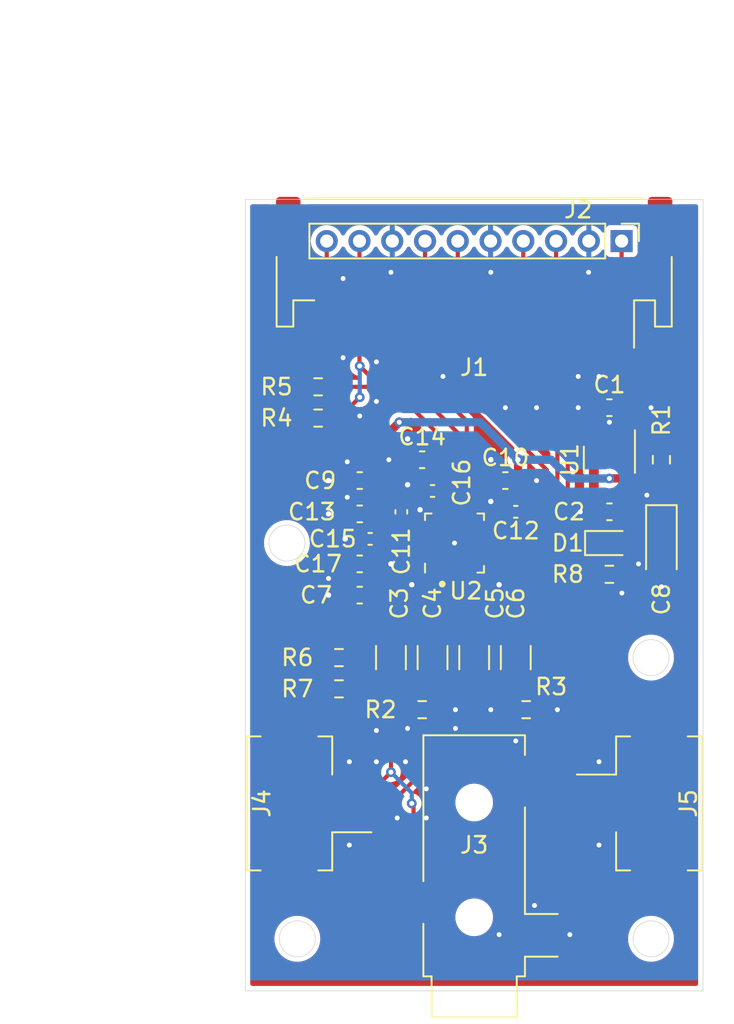
<source format=kicad_pcb>
(kicad_pcb (version 20211014) (generator pcbnew)
  (layers (0 "F.Cu" signal "Front") (31 "B.Cu" signal "Back") (34 "B.Paste" user) (35 "F.Paste" user) (36 "B.SilkS" user "B.Silkscreen") (37 "F.SilkS" user "F.Silkscreen") (38 "B.Mask" user) (39 "F.Mask" user) (44 "Edge.Cuts" user))
  (net 0 "")
  (net 1 "/IN1_P")
  (net 2 "/IN1_M")
  (net 3 "/IN2_P")
  (net 4 "/IN2_M")
  (net 5 "GND")
  (net 6 "+5V")
  (net 7 "+3.3VA")
  (net 8 "/AREG")
  (net 9 "/DREG")
  (net 10 "/AVREF")
  (net 11 "Net-(R1-Pad2)")
  (net 12 "SDOUT")
  (net 13 "BCLK")
  (net 14 "FSYNC")
  (net 15 "GPIO1")
  (net 16 "SDA")
  (net 17 "SCL")
  (net 19 "IN1P")
  (net 20 "IN1M")
  (net 21 "IN2P")
  (net 22 "IN2M")
  (net 23 "MICBIAS")
  (net 24 "Net-(D1-Pad1)")
  (footprint "Capacitor_SMD:C_0603_1608Metric" (layer "F.Cu") (at 135.255 82.042 180)
    (fp_text reference "C13" (at 2.921 0.127) (layer "F.SilkS"))
    (fp_text value "10uF")
    (pad "1" smd roundrect (at -0.775 0 180) (size 0.9 0.95) (layers "F.Cu" "F.Paste" "F.Mask") (net 8 "/AREG"))
    (pad "2" smd roundrect (at 0.775 0 180) (size 0.9 0.95) (layers "F.Cu" "F.Paste" "F.Mask") (net 5 "GND"))
  )
  (footprint "Connector_PinHeader_2.00mm:PinHeader_1x10_P2.00mm_Vertical" (layer "F.Cu") (at 151.24 65.405 -90)
    (fp_text reference "J2" (at -1.905 2.65 180) (layer "F.SilkS"))
    (fp_text value "Conn_01x10")
    (pad "1" thru_hole rect (at 0 0 270) (size 1.35 1.35) (drill 0.8) (layers *.Cu *.Mask) (net 6 "+5V"))
    (pad "2" thru_hole oval (at 0 2 270) (size 1.35 1.35) (drill 0.8) (layers *.Cu *.Mask) (net 5 "GND"))
    (pad "3" thru_hole oval (at 0 4 270) (size 1.35 1.35) (drill 0.8) (layers *.Cu *.Mask) (net 12 "SDOUT"))
    (pad "4" thru_hole oval (at 0 6 270) (size 1.35 1.35) (drill 0.8) (layers *.Cu *.Mask) (net 13 "BCLK"))
    (pad "5" thru_hole oval (at 0 8 270) (size 1.35 1.35) (drill 0.8) (layers *.Cu *.Mask) (net 5 "GND"))
    (pad "6" thru_hole oval (at 0 10 270) (size 1.35 1.35) (drill 0.8) (layers *.Cu *.Mask) (net 14 "FSYNC"))
    (pad "7" thru_hole oval (at 0 12 270) (size 1.35 1.35) (drill 0.8) (layers *.Cu *.Mask) (net 15 "GPIO1"))
    (pad "8" thru_hole oval (at 0 14 270) (size 1.35 1.35) (drill 0.8) (layers *.Cu *.Mask) (net 5 "GND"))
    (pad "9" thru_hole oval (at 0 16 270) (size 1.35 1.35) (drill 0.8) (layers *.Cu *.Mask) (net 16 "SDA"))
    (pad "10" thru_hole oval (at 0 18 270) (size 1.35 1.35) (drill 0.8) (layers *.Cu *.Mask) (net 17 "SCL"))
  )
  (footprint "Capacitor_SMD:C_0402_1005Metric" (layer "F.Cu") (at 137.795 81.915 90)
    (fp_text reference "C11" (at -2.413 0 90) (layer "F.SilkS"))
    (fp_text value "100nF")
    (pad "1" smd roundrect (at -0.48 0 90) (size 0.56 0.62) (layers "F.Cu" "F.Paste" "F.Mask") (net 7 "+3.3VA"))
    (pad "2" smd roundrect (at 0.48 0 90) (size 0.56 0.62) (layers "F.Cu" "F.Paste" "F.Mask") (net 5 "GND"))
  )
  (footprint "Resistor_SMD:R_0603_1608Metric" (layer "F.Cu") (at 132.715 76.2)
    (fp_text reference "R4" (at -2.54 0) (layer "F.SilkS"))
    (fp_text value "DNF")
    (pad "1" smd roundrect (at -0.825 0) (size 0.8 0.95) (layers "F.Cu" "F.Paste" "F.Mask") (net 7 "+3.3VA"))
    (pad "2" smd roundrect (at 0.825 0) (size 0.8 0.95) (layers "F.Cu" "F.Paste" "F.Mask") (net 16 "SDA"))
  )
  (footprint "Capacitor_SMD:C_0603_1608Metric" (layer "F.Cu") (at 139.065 78.74 180)
    (fp_text reference "C14" (at 0 1.397) (layer "F.SilkS"))
    (fp_text value "10uF")
    (pad "1" smd roundrect (at -0.775 0 180) (size 0.9 0.95) (layers "F.Cu" "F.Paste" "F.Mask") (net 9 "/DREG"))
    (pad "2" smd roundrect (at 0.775 0 180) (size 0.9 0.95) (layers "F.Cu" "F.Paste" "F.Mask") (net 5 "GND"))
  )
  (footprint "Capacitor_SMD:C_0603_1608Metric" (layer "F.Cu") (at 135.255 80.01 180)
    (fp_text reference "C9" (at 2.413 0) (layer "F.SilkS"))
    (fp_text value "1uF")
    (pad "1" smd roundrect (at -0.775 0 180) (size 0.9 0.95) (layers "F.Cu" "F.Paste" "F.Mask") (net 7 "+3.3VA"))
    (pad "2" smd roundrect (at 0.775 0 180) (size 0.9 0.95) (layers "F.Cu" "F.Paste" "F.Mask") (net 5 "GND"))
  )
  (footprint "Package_TO_SOT_SMD:SOT-23-5" (layer "F.Cu") (at 150.495 78.74 -90)
    (fp_text reference "U1" (at 0 2.413 90) (layer "F.SilkS"))
    (fp_text value "TPS7A2031PDBVR")
    (pad "1" smd roundrect (at -1.1375 -0.95 270) (size 1.325 0.6) (layers "F.Cu" "F.Paste" "F.Mask") (net 6 "+5V"))
    (pad "2" smd roundrect (at -1.1375 0 270) (size 1.325 0.6) (layers "F.Cu" "F.Paste" "F.Mask") (net 5 "GND"))
    (pad "3" smd roundrect (at -1.1375 0.95 270) (size 1.325 0.6) (layers "F.Cu" "F.Paste" "F.Mask") (net 11 "Net-(R1-Pad2)"))
    (pad "4" smd roundrect (at 1.1375 0.95 270) (size 1.325 0.6) (layers "F.Cu" "F.Paste" "F.Mask"))
    (pad "5" smd roundrect (at 1.1375 -0.95 270) (size 1.325 0.6) (layers "F.Cu" "F.Paste" "F.Mask") (net 7 "+3.3VA"))
  )
  (footprint "Capacitor_SMD:C_0603_1608Metric" (layer "F.Cu") (at 150.495 81.915 180)
    (fp_text reference "C2" (at 2.47 0) (layer "F.SilkS"))
    (fp_text value "1uF")
    (pad "1" smd roundrect (at -0.775 0 180) (size 0.9 0.95) (layers "F.Cu" "F.Paste" "F.Mask") (net 7 "+3.3VA"))
    (pad "2" smd roundrect (at 0.775 0 180) (size 0.9 0.95) (layers "F.Cu" "F.Paste" "F.Mask") (net 5 "GND"))
  )
  (footprint "Resistor_SMD:R_0603_1608Metric" (layer "F.Cu") (at 153.67 78.74 -90)
    (fp_text reference "R1" (at -2.413 0 90) (layer "F.SilkS"))
    (fp_text value "10k")
    (pad "1" smd roundrect (at -0.825 0 270) (size 0.8 0.95) (layers "F.Cu" "F.Paste" "F.Mask") (net 6 "+5V"))
    (pad "2" smd roundrect (at 0.825 0 270) (size 0.8 0.95) (layers "F.Cu" "F.Paste" "F.Mask") (net 11 "Net-(R1-Pad2)"))
  )
  (footprint "Capacitor_SMD:C_1206_3216Metric" (layer "F.Cu") (at 139.7 90.805 90)
    (fp_text reference "C4" (at 3.302 0 90) (layer "F.SilkS"))
    (fp_text value "1uF")
    (pad "1" smd roundrect (at -1.475 0 90) (size 1.15 1.8) (layers "F.Cu" "F.Paste" "F.Mask") (roundrect_rratio 0.2173913043) (net 20 "IN1M"))
    (pad "2" smd roundrect (at 1.475 0 90) (size 1.15 1.8) (layers "F.Cu" "F.Paste" "F.Mask") (roundrect_rratio 0.2173913043) (net 2 "/IN1_M"))
  )
  (footprint "Capacitor_SMD:C_1206_3216Metric" (layer "F.Cu") (at 142.24 90.805 90)
    (fp_text reference "C5" (at 3.302 1.27 90) (layer "F.SilkS"))
    (fp_text value "1uF")
    (pad "1" smd roundrect (at -1.475 0 90) (size 1.15 1.8) (layers "F.Cu" "F.Paste" "F.Mask") (roundrect_rratio 0.2173913043) (net 21 "IN2P"))
    (pad "2" smd roundrect (at 1.475 0 90) (size 1.15 1.8) (layers "F.Cu" "F.Paste" "F.Mask") (roundrect_rratio 0.2173913043) (net 3 "/IN2_P"))
  )
  (footprint "Capacitor_SMD:C_0402_1005Metric" (layer "F.Cu") (at 135.89 83.566 180)
    (fp_text reference "C15" (at 2.286 0) (layer "F.SilkS"))
    (fp_text value "100nF")
    (pad "1" smd roundrect (at -0.48 0 180) (size 0.56 0.62) (layers "F.Cu" "F.Paste" "F.Mask") (net 8 "/AREG"))
    (pad "2" smd roundrect (at 0.48 0 180) (size 0.56 0.62) (layers "F.Cu" "F.Paste" "F.Mask") (net 5 "GND"))
  )
  (footprint "Resistor_SMD:R_0603_1608Metric" (layer "F.Cu") (at 133.985 90.805 180)
    (fp_text reference "R6" (at 2.54 0) (layer "F.SilkS"))
    (fp_text value "0R")
    (pad "1" smd roundrect (at -0.825 0 180) (size 0.8 0.95) (layers "F.Cu" "F.Paste" "F.Mask") (net 21 "IN2P"))
    (pad "2" smd roundrect (at 0.825 0 180) (size 0.8 0.95) (layers "F.Cu" "F.Paste" "F.Mask") (net 23 "MICBIAS"))
  )
  (footprint "Resistor_SMD:R_0603_1608Metric" (layer "F.Cu") (at 150.495 85.725)
    (fp_text reference "R8" (at -2.54 0) (layer "F.SilkS"))
    (fp_text value "2k")
    (pad "1" smd roundrect (at -0.825 0) (size 0.8 0.95) (layers "F.Cu" "F.Paste" "F.Mask") (net 24 "Net-(D1-Pad1)"))
    (pad "2" smd roundrect (at 0.825 0) (size 0.8 0.95) (layers "F.Cu" "F.Paste" "F.Mask") (net 5 "GND"))
  )
  (footprint "Resistor_SMD:R_0603_1608Metric" (layer "F.Cu") (at 132.715 74.295)
    (fp_text reference "R5" (at -2.54 0) (layer "F.SilkS"))
    (fp_text value "DNF")
    (pad "1" smd roundrect (at -0.825 0) (size 0.8 0.95) (layers "F.Cu" "F.Paste" "F.Mask") (net 7 "+3.3VA"))
    (pad "2" smd roundrect (at 0.825 0) (size 0.8 0.95) (layers "F.Cu" "F.Paste" "F.Mask") (net 17 "SCL"))
  )
  (footprint "Capacitor_SMD:C_0402_1005Metric" (layer "F.Cu") (at 144.78 81.915 180)
    (fp_text reference "C12" (at 0 -1.16) (layer "F.SilkS"))
    (fp_text value "100nF")
    (pad "1" smd roundrect (at -0.48 0 180) (size 0.56 0.62) (layers "F.Cu" "F.Paste" "F.Mask") (net 7 "+3.3VA"))
    (pad "2" smd roundrect (at 0.48 0 180) (size 0.56 0.62) (layers "F.Cu" "F.Paste" "F.Mask") (net 5 "GND"))
  )
  (footprint "Resistor_SMD:R_0603_1608Metric" (layer "F.Cu") (at 145.415 93.98)
    (fp_text reference "R3" (at 1.524 -1.397) (layer "F.SilkS"))
    (fp_text value "0R")
    (pad "1" smd roundrect (at -0.825 0) (size 0.8 0.95) (layers "F.Cu" "F.Paste" "F.Mask") (net 22 "IN2M"))
    (pad "2" smd roundrect (at 0.825 0) (size 0.8 0.95) (layers "F.Cu" "F.Paste" "F.Mask") (net 5 "GND"))
  )
  (footprint "Capacitor_Tantalum_SMD:CP_EIA-3216-18_Kemet-A" (layer "F.Cu") (at 153.67 83.82 -90)
    (fp_text reference "C8" (at 3.429 0 90) (layer "F.SilkS"))
    (fp_text value "10uF")
    (pad "1" smd roundrect (at -1.35 0 270) (size 1.4 1.35) (layers "F.Cu" "F.Paste" "F.Mask") (roundrect_rratio 0.1851851852) (net 7 "+3.3VA"))
    (pad "2" smd roundrect (at 1.35 0 270) (size 1.4 1.35) (layers "F.Cu" "F.Paste" "F.Mask") (roundrect_rratio 0.1851851852) (net 5 "GND"))
  )
  (footprint "Capacitor_SMD:C_0402_1005Metric" (layer "F.Cu") (at 139.7 80.645 180)
    (fp_text reference "C16" (at -1.778 0.508 90) (layer "F.SilkS"))
    (fp_text value "100nF")
    (pad "1" smd roundrect (at -0.48 0 180) (size 0.56 0.62) (layers "F.Cu" "F.Paste" "F.Mask") (net 9 "/DREG"))
    (pad "2" smd roundrect (at 0.48 0 180) (size 0.56 0.62) (layers "F.Cu" "F.Paste" "F.Mask") (net 5 "GND"))
  )
  (footprint "Capacitor_SMD:C_0603_1608Metric" (layer "F.Cu") (at 144.145 80.01 180)
    (fp_text reference "C10" (at 0 1.397) (layer "F.SilkS"))
    (fp_text value "10uF")
    (pad "1" smd roundrect (at -0.775 0 180) (size 0.9 0.95) (layers "F.Cu" "F.Paste" "F.Mask") (net 7 "+3.3VA"))
    (pad "2" smd roundrect (at 0.775 0 180) (size 0.9 0.95) (layers "F.Cu" "F.Paste" "F.Mask") (net 5 "GND"))
  )
  (footprint "Resistor_SMD:R_0603_1608Metric" (layer "F.Cu") (at 133.985 92.71 180)
    (fp_text reference "R7" (at 2.54 0) (layer "F.SilkS"))
    (fp_text value "0R")
    (pad "1" smd roundrect (at -0.825 0 180) (size 0.8 0.95) (layers "F.Cu" "F.Paste" "F.Mask") (net 19 "IN1P"))
    (pad "2" smd roundrect (at 0.825 0 180) (size 0.8 0.95) (layers "F.Cu" "F.Paste" "F.Mask") (net 23 "MICBIAS"))
  )
  (footprint "Capacitor_SMD:C_1206_3216Metric" (layer "F.Cu") (at 144.78 90.805 90)
    (fp_text reference "C6" (at 3.302 0 90) (layer "F.SilkS"))
    (fp_text value "1uF")
    (pad "1" smd roundrect (at -1.475 0 90) (size 1.15 1.8) (layers "F.Cu" "F.Paste" "F.Mask") (roundrect_rratio 0.2173913043) (net 22 "IN2M"))
    (pad "2" smd roundrect (at 1.475 0 90) (size 1.15 1.8) (layers "F.Cu" "F.Paste" "F.Mask") (roundrect_rratio 0.2173913043) (net 4 "/IN2_M"))
  )
  (footprint "Resistor_SMD:R_0603_1608Metric" (layer "F.Cu") (at 139.065 93.98 180)
    (fp_text reference "R2" (at 2.54 0) (layer "F.SilkS"))
    (fp_text value "0R")
    (pad "1" smd roundrect (at -0.825 0 180) (size 0.8 0.95) (layers "F.Cu" "F.Paste" "F.Mask") (net 20 "IN1M"))
    (pad "2" smd roundrect (at 0.825 0 180) (size 0.8 0.95) (layers "F.Cu" "F.Paste" "F.Mask") (net 5 "GND"))
  )
  (footprint "Connector_JST:JST_PH_B2B-PH-SM4-TB_1x02-1MP_P2.00mm_Vertical" (layer "F.Cu") (at 151.765 99.695 -90)
    (fp_text reference "J5" (at 0 -3.556 90) (layer "F.SilkS"))
    (fp_text value "Conn_01x02")
    (pad "1" smd roundrect (at -1 0.5 270) (size 1 5.5) (layers "F.Cu" "F.Paste" "F.Mask") (net 22 "IN2M"))
    (pad "2" smd roundrect (at 1 0.5 270) (size 1 5.5) (layers "F.Cu" "F.Paste" "F.Mask") (net 21 "IN2P"))
    (pad "MP" smd roundrect (at -3.4 -1.75 270) (size 1.6 3) (layers "F.Cu" "F.Paste" "F.Mask") (roundrect_rratio 0.15625))
    (pad "MP" smd roundrect (at 3.4 -1.75 270) (size 1.6 3) (layers "F.Cu" "F.Paste" "F.Mask") (roundrect_rratio 0.15625))
  )
  (footprint "Capacitor_SMD:C_0603_1608Metric" (layer "F.Cu") (at 150.495 75.565 180)
    (fp_text reference "C1" (at 0 1.397) (layer "F.SilkS"))
    (fp_text value "1uF")
    (pad "1" smd roundrect (at -0.775 0 180) (size 0.9 0.95) (layers "F.Cu" "F.Paste" "F.Mask") (net 6 "+5V"))
    (pad "2" smd roundrect (at 0.775 0 180) (size 0.9 0.95) (layers "F.Cu" "F.Paste" "F.Mask") (net 5 "GND"))
  )
  (footprint "Connector_JST:JST_PH_S10B-PH-SM4-TB_1x10-1MP_P2.00mm_Horizontal" (layer "F.Cu") (at 142.24 67.31 180)
    (fp_text reference "J1" (at 0 -5.8) (layer "F.SilkS"))
    (fp_text value "Conn_01x10")
    (pad "1" smd roundrect (at -9 -2.85 180) (size 1 3.5) (layers "F.Cu" "F.Paste" "F.Mask") (net 6 "+5V"))
    (pad "2" smd roundrect (at -7 -2.85 180) (size 1 3.5) (layers "F.Cu" "F.Paste" "F.Mask") (net 5 "GND"))
    (pad "3" smd roundrect (at -5 -2.85 180) (size 1 3.5) (layers "F.Cu" "F.Paste" "F.Mask") (net 12 "SDOUT"))
    (pad "4" smd roundrect (at -3 -2.85 180) (size 1 3.5) (layers "F.Cu" "F.Paste" "F.Mask") (net 13 "BCLK"))
    (pad "5" smd roundrect (at -1 -2.85 180) (size 1 3.5) (layers "F.Cu" "F.Paste" "F.Mask") (net 5 "GND"))
    (pad "6" smd roundrect (at 1 -2.85 180) (size 1 3.5) (layers "F.Cu" "F.Paste" "F.Mask") (net 14 "FSYNC"))
    (pad "7" smd roundrect (at 3 -2.85 180) (size 1 3.5) (layers "F.Cu" "F.Paste" "F.Mask") (net 15 "GPIO1"))
    (pad "8" smd roundrect (at 5 -2.85 180) (size 1 3.5) (layers "F.Cu" "F.Paste" "F.Mask") (net 5 "GND"))
    (pad "9" smd roundrect (at 7 -2.85 180) (size 1 3.5) (layers "F.Cu" "F.Paste" "F.Mask") (net 16 "SDA"))
    (pad "10" smd roundrect (at 9 -2.85 180) (size 1 3.5) (layers "F.Cu" "F.Paste" "F.Mask") (net 17 "SCL"))
    (pad "MP" smd roundrect (at -11.35 2.9 180) (size 1.5 3.4) (layers "F.Cu" "F.Paste" "F.Mask") (roundrect_rratio 0.1666673333))
    (pad "MP" smd roundrect (at 11.35 2.9 180) (size 1.5 3.4) (layers "F.Cu" "F.Paste" "F.Mask") (roundrect_rratio 0.1666673333))
  )
  (footprint "LED_SMD:LED_0603_1608Metric" (layer "F.Cu") (at 150.495 83.82)
    (fp_text reference "D1" (at -2.54 0) (layer "F.SilkS"))
    (fp_text value "LED")
    (pad "1" smd roundrect (at -0.7875 0) (size 0.875 0.95) (layers "F.Cu" "F.Paste" "F.Mask") (net 24 "Net-(D1-Pad1)"))
    (pad "2" smd roundrect (at 0.7875 0) (size 0.875 0.95) (layers "F.Cu" "F.Paste" "F.Mask") (net 7 "+3.3VA"))
  )
  (footprint "Capacitor_SMD:C_0603_1608Metric" (layer "F.Cu") (at 135.255 85.09)
    (fp_text reference "C17" (at -2.54 0) (layer "F.SilkS"))
    (fp_text value "1uF")
    (pad "1" smd roundrect (at -0.775 0) (size 0.9 0.95) (layers "F.Cu" "F.Paste" "F.Mask") (net 10 "/AVREF"))
    (pad "2" smd roundrect (at 0.775 0) (size 0.9 0.95) (layers "F.Cu" "F.Paste" "F.Mask") (net 5 "GND"))
  )
  (footprint "Capacitor_SMD:C_1206_3216Metric" (layer "F.Cu") (at 137.16 90.805 90)
    (fp_text reference "C3" (at 3.302 0.508 90) (layer "F.SilkS"))
    (fp_text value "1uF")
    (pad "1" smd roundrect (at -1.475 0 90) (size 1.15 1.8) (layers "F.Cu" "F.Paste" "F.Mask") (roundrect_rratio 0.2173913043) (net 19 "IN1P"))
    (pad "2" smd roundrect (at 1.475 0 90) (size 1.15 1.8) (layers "F.Cu" "F.Paste" "F.Mask") (roundrect_rratio 0.2173913043) (net 1 "/IN1_P"))
  )
  (footprint "Capacitor_SMD:C_0603_1608Metric" (layer "F.Cu") (at 135.255 86.995 180)
    (fp_text reference "C7" (at 2.667 0) (layer "F.SilkS"))
    (fp_text value "1uF")
    (pad "1" smd roundrect (at -0.775 0 180) (size 0.9 0.95) (layers "F.Cu" "F.Paste" "F.Mask") (net 23 "MICBIAS"))
    (pad "2" smd roundrect (at 0.775 0 180) (size 0.9 0.95) (layers "F.Cu" "F.Paste" "F.Mask") (net 5 "GND"))
  )
  (footprint "Connector_JST:JST_PH_B2B-PH-SM4-TB_1x02-1MP_P2.00mm_Vertical" (layer "F.Cu") (at 132.715 99.695 90)
    (fp_text reference "J4" (at 0 -3.429 90) (layer "F.SilkS"))
    (fp_text value "Conn_01x02")
    (pad "1" smd roundrect (at -1 0.5 90) (size 1 5.5) (layers "F.Cu" "F.Paste" "F.Mask") (net 20 "IN1M"))
    (pad "2" smd roundrect (at 1 0.5 90) (size 1 5.5) (layers "F.Cu" "F.Paste" "F.Mask") (net 19 "IN1P"))
    (pad "MP" smd roundrect (at 3.4 -1.75 90) (size 1.6 3) (layers "F.Cu" "F.Paste" "F.Mask") (roundrect_rratio 0.15625))
    (pad "MP" smd roundrect (at -3.4 -1.75 90) (size 1.6 3) (layers "F.Cu" "F.Paste" "F.Mask") (roundrect_rratio 0.15625))
  )
  (footprint "Connector_Audio:Jack_3.5mm_CUI_SJ-3523-SMT_Horizontal" (layer "F.Cu") (at 142.24 104.14 180)
    (fp_text reference "J3" (at 0 1.905) (layer "F.SilkS"))
    (fp_text value "AudioJack3")
    (pad "" np_thru_hole circle (at 0 4.5 180) (size 1.7 1.7) (drill 1.7) (layers *.Cu *.Mask))
    (pad "" np_thru_hole circle (at 0 -2.5 180) (size 1.7 1.7) (drill 1.7) (layers *.Cu *.Mask))
    (pad "R" smd rect (at 3.7 -1.6 180) (size 2.8 2.2) (layers "F.Cu" "F.Paste" "F.Mask") (net 19 "IN1P"))
    (pad "S" smd rect (at -3.7 -3.6 180) (size 2.8 2.2) (layers "F.Cu" "F.Paste" "F.Mask") (net 5 "GND"))
    (pad "T" smd rect (at -3.7 5.8 180) (size 2.8 2.8) (layers "F.Cu" "F.Paste" "F.Mask") (net 21 "IN2P"))
  )
  (footprint "Library:QFN-16_EP_3x3_Pitch0.5mm" (layer "F.Cu") (at 141.04 83.82 90)
    (fp_text reference "U2" (at -2.921 0.692 180) (layer "F.SilkS"))
    (fp_text value "TLV320ADC6120")
    (fp_poly (pts (xy -1.1125 1.7) (xy -1.2875 1.7) (xy -1.2875 1.2875) (xy -1.7 1.2875) (xy -1.7 1.1125) (xy -1.1125 1.1125)) (layer "F.Cu") (width 0.01) (fill solid))
    (fp_poly (pts (xy -1.1125 -1.1125) (xy -1.7 -1.1125) (xy -1.7 -1.2875) (xy -1.2875 -1.2875) (xy -1.2875 -1.7) (xy -1.1125 -1.7)) (layer "F.Cu") (width 0.01) (fill solid))
    (fp_poly (pts (xy 1.7 1.2875) (xy 1.2875 1.2875) (xy 1.2875 1.7) (xy 1.1125 1.7) (xy 1.1125 1.1125) (xy 1.7 1.1125)) (layer "F.Cu") (width 0.01) (fill solid))
    (fp_poly (pts (xy 1.2875 -1.2875) (xy 1.7 -1.2875) (xy 1.7 -1.1125) (xy 1.1125 -1.1125) (xy 1.1125 -1.7) (xy 1.2875 -1.7)) (layer "F.Cu") (width 0.01) (fill solid))
    (pad "1" smd rect (at -1.4 -0.75 180) (size 0.25 0.6) (layers "F.Cu" "F.Paste" "F.Mask") (net 1 "/IN1_P"))
    (pad "2" smd rect (at -1.4 -0.25 180) (size 0.25 0.6) (layers "F.Cu" "F.Paste" "F.Mask") (net 2 "/IN1_M"))
    (pad "3" smd rect (at -1.4 0.25 180) (size 0.25 0.6) (layers "F.Cu" "F.Paste" "F.Mask") (net 3 "/IN2_P"))
    (pad "4" smd rect (at -1.4 0.75 180) (size 0.25 0.6) (layers "F.Cu" "F.Paste" "F.Mask") (net 4 "/IN2_M"))
    (pad "5" smd rect (at -1.2 1.2 90) (size 0.175 0.175) (layers "F.Cu" "F.Paste" "F.Mask") (net 5 "GND"))
    (pad "6" smd rect (at -0.75 1.4 90) (size 0.25 0.6) (layers "F.Cu" "F.Paste" "F.Mask") (net 12 "SDOUT"))
    (pad "7" smd rect (at -0.25 1.4 90) (size 0.25 0.6) (layers "F.Cu" "F.Paste" "F.Mask") (net 13 "BCLK"))
    (pad "8" smd rect (at 0.25 1.4 90) (size 0.25 0.6) (layers "F.Cu" "F.Paste" "F.Mask") (net 14 "FSYNC"))
    (pad "9" smd rect (at 0.75 1.4 90) (size 0.25 0.6) (layers "F.Cu" "F.Paste" "F.Mask") (net 7 "+3.3VA"))
    (pad "10" smd rect (at 1.2 1.2 90) (size 0.175 0.175) (layers "F.Cu" "F.Paste" "F.Mask") (net 5 "GND"))
    (pad "11" smd rect (at 1.4 0.75 180) (size 0.25 0.6) (layers "F.Cu" "F.Paste" "F.Mask") (net 15 "GPIO1"))
    (pad "12" smd rect (at 1.4 0.25 180) (size 0.25 0.6) (layers "F.Cu" "F.Paste" "F.Mask") (net 16 "SDA"))
    (pad "13" smd rect (at 1.4 -0.25 180) (size 0.25 0.6) (layers "F.Cu" "F.Paste" "F.Mask") (net 17 "SCL"))
    (pad "14" smd rect (at 1.4 -0.75 180) (size 0.25 0.6) (layers "F.Cu" "F.Paste" "F.Mask") (net 9 "/DREG"))
    (pad "15" smd rect (at 1.2 -1.2 90) (size 0.175 0.175) (layers "F.Cu" "F.Paste" "F.Mask") (net 5 "GND"))
    (pad "16" smd rect (at 0.75 -1.4 90) (size 0.25 0.6) (layers "F.Cu" "F.Paste" "F.Mask") (net 7 "+3.3VA"))
    (pad "17" smd rect (at 0.25 -1.4 90) (size 0.25 0.6) (layers "F.Cu" "F.Paste" "F.Mask") (net 8 "/AREG"))
    (pad "18" smd rect (at -0.25 -1.4 90) (size 0.25 0.6) (layers "F.Cu" "F.Paste" "F.Mask") (net 10 "/AVREF"))
    (pad "19" smd rect (at -0.75 -1.4 90) (size 0.25 0.6) (layers "F.Cu" "F.Paste" "F.Mask") (net 23 "MICBIAS"))
    (pad "20" smd rect (at -1.2 -1.2 90) (size 0.175 0.175) (layers "F.Cu" "F.Paste" "F.Mask") (net 5 "GND"))
    (pad "PAD" smd rect (at 0 0 90) (size 1.4 1.4) (layers "F.Cu" "F.Paste" "F.Mask") (net 5 "GND"))
  )
  (gr_line (start 128.27 62.865) (end 156.21 62.865) (layer "Edge.Cuts") (width 0.0381))
  (gr_line (start 156.21 111.125) (end 128.27 111.125) (layer "Edge.Cuts") (width 0.0381))
  (gr_circle (center 153.035 90.805) (end 154.135 90.805) (layer "Edge.Cuts") (width 0.0381) (fill none))
  (gr_circle (center 131.445 107.95) (end 132.545 107.95) (layer "Edge.Cuts") (width 0.0381) (fill none))
  (gr_line (start 128.27 111.125) (end 128.27 62.865) (layer "Edge.Cuts") (width 0.0381))
  (gr_circle (center 153.035 107.95) (end 154.135 107.95) (layer "Edge.Cuts") (width 0.0381) (fill none))
  (gr_line (start 156.21 62.865) (end 156.21 111.125) (layer "Edge.Cuts") (width 0.0381))
  (gr_circle (center 130.81 83.82) (end 131.91 83.82) (layer "Edge.Cuts") (width 0.0381) (fill none))
  (segment (start 137.16 88.265) (end 137.16 89.33) (width 0.3048) (layer "F.Cu") (net 1))
  (segment (start 140.29 86.278) (end 138.938 87.63) (width 0.3048) (layer "F.Cu") (net 1))
  (segment (start 137.795 87.63) (end 137.16 88.265) (width 0.3048) (layer "F.Cu") (net 1))
  (segment (start 140.29 85.22) (end 140.29 86.278) (width 0.3048) (layer "F.Cu") (net 1))
  (segment (start 138.938 87.63) (end 137.795 87.63) (width 0.3048) (layer "F.Cu") (net 1))
  (segment (start 140.79 86.54) (end 139.7 87.63) (width 0.3048) (layer "F.Cu") (net 2))
  (segment (start 139.7 87.63) (end 139.7 89.33) (width 0.3048) (layer "F.Cu") (net 2))
  (segment (start 140.79 85.22) (end 140.79 86.54) (width 0.3048) (layer "F.Cu") (net 2))
  (segment (start 142.24 87.63) (end 142.24 89.33) (width 0.3048) (layer "F.Cu") (net 3))
  (segment (start 141.29 86.68) (end 142.24 87.63) (width 0.3048) (layer "F.Cu") (net 3))
  (segment (start 141.29 85.22) (end 141.29 86.68) (width 0.3048) (layer "F.Cu") (net 3))
  (segment (start 144.145 87.63) (end 144.78 88.265) (width 0.3048) (layer "F.Cu") (net 4))
  (segment (start 141.79 85.22) (end 141.79 86.418) (width 0.3048) (layer "F.Cu") (net 4))
  (segment (start 144.78 88.265) (end 144.78 89.33) (width 0.3048) (layer "F.Cu") (net 4))
  (segment (start 143.002 87.63) (end 144.145 87.63) (width 0.3048) (layer "F.Cu") (net 4))
  (segment (start 141.79 86.418) (end 143.002 87.63) (width 0.3048) (layer "F.Cu") (net 4))
  (segment (start 149.72 75.565) (end 148.59 75.565) (width 0.508) (layer "F.Cu") (net 5))
  (segment (start 138.29 77.584) (end 138.176 77.47) (width 0.3048) (layer "F.Cu") (net 5))
  (segment (start 143.186 82.62) (end 143.51 82.296) (width 0.254) (layer "F.Cu") (net 5))
  (segment (start 139.84 85.712) (end 139.446 86.106) (width 0.254) (layer "F.Cu") (net 5))
  (segment (start 139.84 85.02) (end 139.262 85.02) (width 0.254) (layer "F.Cu") (net 5))
  (segment (start 142.24 81.407) (end 142.494 81.153) (width 0.254) (layer "F.Cu") (net 5))
  (segment (start 139.84 81.674) (end 139.573 81.407) (width 0.254) (layer "F.Cu") (net 5))
  (segment (start 142.24 85.852) (end 142.621 86.233) (width 0.254) (layer "F.Cu") (net 5))
  (segment (start 143.37 78.854) (end 143.256 78.74) (width 0.3048) (layer "F.Cu") (net 5))
  (segment (start 139.84 82.62) (end 139.008 82.62) (width 0.254) (layer "F.Cu") (net 5))
  (segment (start 144.3 81.915) (end 143.891 81.915) (width 0.3048) (layer "F.Cu") (net 5))
  (segment (start 139.84 82.62) (end 139.77 82.62) (width 0.254) (layer "F.Cu") (net 5))
  (segment (start 135.41 83.566) (end 134.366 83.566) (width 0.3048) (layer "F.Cu") (net 5))
  (segment (start 142.24 82.296) (end 143.256 81.28) (width 0.254) (layer "F.Cu") (net 5))
  (segment (start 143.891 81.915) (end 143.256 81.28) (width 0.3048) (layer "F.Cu") (net 5))
  (segment (start 137.795 81.435) (end 137.795 80.645) (width 0.3048) (layer "F.Cu") (net 5))
  (segment (start 139.262 85.02) (end 138.811 85.471) (width 0.254) (layer "F.Cu") (net 5))
  (segment (start 142.24 82.62) (end 142.24 82.296) (width 0.254) (layer "F.Cu") (net 5))
  (segment (start 138.29 78.74) (end 138.29 77.584) (width 0.3048) (layer "F.Cu") (net 5))
  (segment (start 146.24 93.98) (end 147.32 93.98) (width 0.3048) (layer "F.Cu") (net 5))
  (segment (start 139.008 82.62) (end 138.684 82.296) (width 0.254) (layer "F.Cu") (net 5))
  (segment (start 142.424 85.02) (end 143.764 86.36) (width 0.254) (layer "F.Cu") (net 5))
  (segment (start 143.37 80.01) (end 143.37 78.854) (width 0.3048) (layer "F.Cu") (net 5))
  (segment (start 139.77 85.02) (end 138.43 86.36) (width 0.254) (layer "F.Cu") (net 5))
  (segment (start 138.557 80.645) (end 138.176 80.264) (width 0.3048) (layer "F.Cu") (net 5))
  (segment (start 143.44 85.02) (end 143.637 85.217) (width 0.254) (layer "F.Cu") (net 5))
  (segment (start 142.24 82.62) (end 143.186 82.62) (width 0.254) (layer "F.Cu") (net 5))
  (segment (start 149.72 81.915) (end 148.717 81.915) (width 0.508) (layer "F.Cu") (net 5))
  (segment (start 139.84 82.62) (end 139.84 81.674) (width 0.254) (layer "F.Cu") (net 5))
  (segment (start 142.24 85.02) (end 142.24 85.852) (width 0.254) (layer "F.Cu") (net 5))
  (segment (start 142.24 82.62) (end 142.24 81.407) (width 0.254) (layer "F.Cu") (net 5))
  (segment (start 139.22 80.645) (end 138.557 80.645) (width 0.3048) (layer "F.Cu") (net 5))
  (segment (start 139.84 85.02) (end 139.77 85.02) (width 0.254) (layer "F.Cu") (net 5))
  (segment (start 136.03 85.09) (end 137.16 85.09) (width 0.3048) (layer "F.Cu") (net 5))
  (segment (start 134.48 80.01) (end 133.35 80.01) (width 0.3048) (layer "F.Cu") (net 5))
  (segment (start 139.77 82.62) (end 138.938 81.788) (width 0.254) (layer "F.Cu") (net 5))
  (segment (start 142.24 85.02) (end 142.424 85.02) (width 0.254) (layer "F.Cu") (net 5))
  (segment (start 139.84 85.02) (end 139.84 85.712) (width 0.254) (layer "F.Cu") (net 5))
  (segment (start 138.24 95.059) (end 138.176 95.123) (width 0.3048) (layer "F.Cu") (net 5))
  (segment (start 138.24 93.98) (end 138.24 95.059) (width 0.3048) (layer "F.Cu") (net 5))
  (segment (start 150.495 77.6025) (end 150.495 76.454) (width 0.508) (layer "F.Cu") (net 5))
  (segment (start 137.795 80.645) (end 138.176 80.264) (width 0.3048) (layer "F.Cu") (net 5))
  (segment (start 142.24 85.02) (end 143.44 85.02) (width 0.254) (layer "F.Cu") (net 5))
  (segment (start 134.48 86.995) (end 133.35 86.995) (width 0.3048) (layer "F.Cu") (net 5))
  (segment (start 134.48 82.042) (end 133.35 82.042) (width 0.3048) (layer "F.Cu") (net 5))
  (via (at 134.62 102.235) (size 0.6) (drill 0.3) (layers "F.Cu" "B.Cu") (net 5))
  (via (at 148.717 81.915) (size 0.6) (drill 0.3) (layers "F.Cu" "B.Cu") (net 5))
  (via (at 140.335 73.66) (size 0.6) (drill 0.3) (layers "F.Cu" "B.Cu") (net 5))
  (via (at 138.938 81.788) (size 0.6858) (drill 0.3302) (layers "F.Cu" "B.Cu") (net 5))
  (via (at 138.049 97.155) (size 0.6) (drill 0.3) (layers "F.Cu" "B.Cu") (net 5))
  (via (at 137.16 85.09) (size 0.6858) (drill 0.3302) (layers "F.Cu" "B.Cu") (net 5))
  (via (at 133.35 82.042) (size 0.6858) (drill 0.3302) (layers "F.Cu" "B.Cu") (net 5))
  (via (at 144.78 95.885) (size 0.6) (drill 0.3) (layers "F.Cu" "B.Cu") (net 5))
  (via (at 133.35 86.995) (size 0.6858) (drill 0.3302) (layers "F.Cu" "B.Cu") (net 5))
  (via (at 148.082 107.696) (size 0.6) (drill 0.3) (layers "F.Cu" "B.Cu") (net 5))
  (via (at 143.256 93.98) (size 0.6) (drill 0.3) (layers "F.Cu" "B.Cu") (net 5))
  (via (at 147.32 93.98) (size 0.6) (drill 0.3) (layers "F.Cu" "B.Cu") (net 5))
  (via (at 139.319 100.584) (size 0.6) (drill 0.3) (layers "F.Cu" "B.Cu") (net 5))
  (via (at 145.923 105.918) (size 0.6) (drill 0.3) (layers "F.Cu" "B.Cu") (net 5))
  (via (at 138.176 95.123) (size 0.6) (drill 0.3) (layers "F.Cu" "B.Cu") (net 5))
  (via (at 134.493 81.026) (size 0.6) (drill 0.3) (layers "F.Cu" "B.Cu") (net 5))
  (via (at 134.62 97.155) (size 0.6) (drill 0.3) (layers "F.Cu" "B.Cu") (net 5))
  (via (at 152.273 85.09) (size 0.6) (drill 0.3) (layers "F.Cu" "B.Cu") (net 5))
  (via (at 143.256 67.31) (size 0.6) (drill 0.3) (layers "F.Cu" "B.Cu") (net 5))
  (via (at 148.59 75.565) (size 0.6) (drill 0.3) (layers "F.Cu" "B.Cu") (net 5))
  (via (at 143.256 78.74) (size 0.6858) (drill 0.3302) (layers "F.Cu" "B.Cu") (net 5))
  (via (at 151.257 86.868) (size 0.6) (drill 0.3) (layers "F.Cu" "B.Cu") (net 5))
  (via (at 139.319 98.806) (size 0.6) (drill 0.3) (layers "F.Cu" "B.Cu") (net 5))
  (via (at 137.16 67.31) (size 0.6) (drill 0.3) (layers "F.Cu" "B.Cu") (net 5))
  (via (at 149.86 73.66) (size 0.6) (drill 0.3) (layers "F.Cu" "B.Cu") (net 5))
  (via (at 137.541 100.584) (size 0.6) (drill 0.3) (layers "F.Cu" "B.Cu") (net 5))
  (via (at 138.176 80.264) (size 0.6858) (drill 0.3302) (layers "F.Cu" "B.Cu") (net 5))
  (via (at 141.04 83.82) (size 0.6) (drill 0.3) (layers "F.Cu" "B.Cu") (net 5))
  (via (at 141.097 93.98) (size 0.6) (drill 0.3) (layers "F.Cu" "B.Cu") (net 5))
  (via (at 136.271 95.25) (size 0.6) (drill 0.3) (layers "F.Cu" "B.Cu") (net 5))
  (via (at 153.035 75.565) (size 0.6) (drill 0.3) (layers "F.Cu" "B.Cu") (net 5))
  (via (at 138.43 86.36) (size 0.6858) (drill 0.3302) (layers "F.Cu" "B.Cu") (net 5))
  (via (at 148.59 73.66) (size 0.6) (drill 0.3) (layers "F.Cu" "B.Cu") (net 5))
  (via (at 146.05 80.01) (size 0.6) (drill 0.3) (layers "F.Cu" "B.Cu") (net 5))
  (via (at 136.271 75.184) (size 0.6) (drill 0.3) (layers "F.Cu" "B.Cu") (net 5))
  (via (at 133.35 85.979) (size 0.6) (drill 0.3) (layers "F.Cu" "B.Cu") (net 5))
  (via (at 134.239 72.517) (size 0.6) (drill 0.3) (layers "F.Cu" "B.Cu") (net 5))
  (via (at 143.256 81.28) (size 0.6858) (drill 0.3302) (layers "F.Cu" "B.Cu") (net 5))
  (via (at 152.781 80.899) (size 0.6) (drill 0.3) (layers "F.Cu" "B.Cu") (net 5))
  (via (at 144.145 75.565) (size 0.6) (drill 0.3) (layers "F.Cu" "B.Cu") (net 5))
  (via (at 149.225 67.31) (size 0.6) (drill 0.3) (layers "F.Cu" "B.Cu") (net 5))
  (via (at 136.271 97.155) (size 0.6) (drill 0.3) (layers "F.Cu" "B.Cu") (net 5))
  (via (at 133.35 80.01) (size 0.6858) (drill 0.3302) (layers "F.Cu" "B.Cu") (net 5))
  (via (at 135.255 76.073) (size 0.6) (drill 0.3) (layers "F.Cu" "B.Cu") (net 5))
  (via (at 146.05 75.565) (size 0.6) (drill 0.3) (layers "F.Cu" "B.Cu") (net 5))
  (via (at 136.271 72.771) (size 0.6) (drill 0.3) (layers "F.Cu" "B.Cu") (net 5))
  (via (at 134.366 83.566) (size 0.6858) (drill 0.3302) (layers "F.Cu" "B.Cu") (net 5))
  (via (at 134.239 67.691) (size 0.6) (drill 0.3) (layers "F.Cu" "B.Cu") (net 5))
  (via (at 143.764 86.36) (size 0.6858) (drill 0.3302) (layers "F.Cu" "B.Cu") (net 5))
  (via (at 143.764 107.696) (size 0.6) (drill 0.3) (layers "F.Cu" "B.Cu") (net 5))
  (via (at 134.493 78.867) (size 0.6) (drill 0.3) (layers "F.Cu" "B.Cu") (net 5))
  (via (at 141.097 95.123) (size 0.6) (drill 0.3) (layers "F.Cu" "B.Cu") (net 5))
  (via (at 149.86 102.235) (size 0.6) (drill 0.3) (layers "F.Cu" "B.Cu") (net 5))
  (via (at 137.033 78.74) (size 0.6) (drill 0.3) (layers "F.Cu" "B.Cu") (net 5))
  (via (at 138.176 77.47) (size 0.6858) (drill 0.3302) (layers "F.Cu" "B.Cu") (net 5))
  (via (at 149.86 97.155) (size 0.6) (drill 0.3) (layers "F.Cu" "B.Cu") (net 5))
  (via (at 150.495 76.454) (size 0.6) (drill 0.3) (layers "F.Cu" "B.Cu") (net 5))
  (via (at 153.67 86.487) (size 0.6) (drill 0.3) (layers "F.Cu" "B.Cu") (net 5))
  (segment (start 153.67 77.915) (end 151.7575 77.915) (width 0.254) (layer "F.Cu") (net 6))
  (segment (start 151.24 75.535) (end 151.27 75.565) (width 0.508) (layer "F.Cu") (net 6))
  (segment (start 151.24 70.16) (end 151.24 75.535) (width 0.508) (layer "F.Cu") (net 6))
  (segment (start 151.24 65.405) (end 151.24 70.16) (width 0.254) (layer "F.Cu") (net 6))
  (segment (start 151.445 75.74) (end 151.27 75.565) (width 0.508) (layer "F.Cu") (net 6))
  (segment (start 151.445 77.6025) (end 151.445 75.74) (width 0.508) (layer "F.Cu") (net 6))
  (segment (start 151.7575 77.915) (end 151.445 77.6025) (width 0.254) (layer "F.Cu") (net 6))
  (segment (start 131.89 76.2) (end 131.89 77.28) (width 0.3048) (layer "F.Cu") (net 7))
  (segment (start 151.445 79.8775) (end 150.5005 79.8775) (width 0.508) (layer "F.Cu") (net 7))
  (segment (start 131.89 74.295) (end 131.89 76.2) (width 0.3048) (layer "F.Cu") (net 7))
  (segment (start 151.445 81.74) (end 151.27 81.915) (width 0.508) (layer "F.Cu") (net 7))
  (segment (start 136.03 78.092) (end 136.03 80.01) (width 0.508) (layer "F.Cu") (net 7))
  (segment (start 150.5005 79.8775) (end 150.495 79.883) (width 0.508) (layer "F.Cu") (net 7))
  (segment (start 136.525 80.01) (end 136.03 80.01) (width 0.3048) (layer "F.Cu") (net 7))
  (segment (start 137.795 82.395) (end 137.64 82.395) (width 0.3048) (layer "F.Cu") (net 7))
  (segment (start 132.702 78.092) (end 136.03 78.092) (width 0.3048) (layer "F.Cu") (net 7))
  (segment (start 144.92 80.01) (end 144.92 78.753) (width 0.508) (layer "F.Cu") (net 7))
  (segment (start 145.288 80.391) (end 145.288 81.887) (width 0.508) (layer "F.Cu") (net 7))
  (segment (start 151.445 79.8775) (end 151.445 81.74) (width 0.508) (layer "F.Cu") (net 7))
  (segment (start 131.89 77.28) (end 132.702 78.092) (width 0.3048) (layer "F.Cu") (net 7))
  (segment (start 138.47 83.07) (end 137.795 82.395) (width 0.3048) (layer "F.Cu") (net 7))
  (segment (start 144.92 78.753) (end 144.907 78.74) (width 0.508) (layer "F.Cu") (net 7))
  (segment (start 145.288 81.887) (end 145.26 81.915) (width 0.508) (layer "F.Cu") (net 7))
  (segment (start 139.64 83.07) (end 138.47 83.07) (width 0.3048) (layer "F.Cu") (net 7))
  (segment (start 144.92 80.023) (end 145.288 80.391) (width 0.508) (layer "F.Cu") (net 7))
  (segment (start 137.16 81.915) (end 137.16 80.645) (width 0.3048) (layer "F.Cu") (net 7))
  (segment (start 151.2825 81.9275) (end 151.27 81.915) (width 0.3048) (layer "F.Cu") (net 7))
  (segment (start 151.2825 83.82) (end 151.2825 81.9275) (width 0.3048) (layer "F.Cu") (net 7))
  (segment (start 137.668 76.454) (end 136.03 78.092) (width 0.508) (layer "F.Cu") (net 7))
  (segment (start 145.26 81.915) (end 144.105 83.07) (width 0.3048) (layer "F.Cu") (net 7))
  (segment (start 144.92 80.01) (end 144.92 80.023) (width 0.508) (layer "F.Cu") (net 7))
  (segment (start 137.64 82.395) (end 137.16 81.915) (width 0.3048) (layer "F.Cu") (net 7))
  (segment (start 137.16 80.645) (end 136.525 80.01) (width 0.3048) (layer "F.Cu") (net 7))
  (segment (start 153.115 81.915) (end 153.67 82.47) (width 0.508) (layer "F.Cu") (net 7))
  (segment (start 151.27 81.915) (end 153.115 81.915) (width 0.508) (layer "F.Cu") (net 7))
  (segment (start 144.105 83.07) (end 142.44 83.07) (width 0.3048) (layer "F.Cu") (net 7))
  (via (at 144.907 78.74) (size 0.6858) (drill 0.3302) (layers "F.Cu" "B.Cu") (net 7))
  (via (at 137.668 76.454) (size 0.6) (drill 0.3) (layers "F.Cu" "B.Cu") (net 7))
  (via (at 150.495 79.883) (size 0.6) (drill 0.3) (layers "F.Cu" "B.Cu") (net 7))
  (segment (start 150.495 79.883) (end 148.082 79.883) (width 0.508) (layer "B.Cu") (net 7))
  (segment (start 146.939 78.74) (end 145.796 78.74) (width 0.508) (layer "B.Cu") (net 7))
  (segment (start 148.082 79.883) (end 146.939 78.74) (width 0.508) (layer "B.Cu") (net 7))
  (segment (start 144.907 78.74) (end 142.621 76.454) (width 0.508) (layer "B.Cu") (net 7))
  (segment (start 142.621 76.454) (end 137.668 76.454) (width 0.508) (layer "B.Cu") (net 7))
  (segment (start 144.907 78.74) (end 145.796 78.74) (width 0.508) (layer "B.Cu") (net 7))
  (segment (start 136.37 82.382) (end 136.03 82.042) (width 0.3048) (layer "F.Cu") (net 8))
  (segment (start 136.37 83.566) (end 136.37 82.382) (width 0.3048) (layer "F.Cu") (net 8))
  (segment (start 136.374 83.57) (end 139.64 83.57) (width 0.3048) (layer "F.Cu") (net 8))
  (segment (start 136.37 83.566) (end 136.374 83.57) (width 0.3048) (layer "F.Cu") (net 8))
  (segment (start 140.29 82.42) (end 140.29 80.755) (width 0.3048) (layer "F.Cu") (net 9))
  (segment (start 140.18 79.08) (end 139.84 78.74) (width 0.3048) (layer "F.Cu") (net 9))
  (segment (start 140.18 80.645) (end 140.18 79.08) (width 0.3048) (layer "F.Cu") (net 9))
  (segment (start 140.29 80.755) (end 140.18 80.645) (width 0.3048) (layer "F.Cu") (net 9))
  (segment (start 134.48 85.09) (end 135.23392 84.33608) (width 0.3048) (layer "F.Cu") (net 10))
  (segment (start 138.573942 84.33608) (end 138.840022 84.07) (width 0.3048) (layer "F.Cu") (net 10))
  (segment (start 135.23392 84.33608) (end 138.573942 84.33608) (width 0.3048) (layer "F.Cu") (net 10))
  (segment (start 138.840022 84.07) (end 139.64 84.07) (width 0.3048) (layer "F.Cu") (net 10))
  (segment (start 152.845 78.74) (end 153.67 79.565) (width 0.254) (layer "F.Cu") (net 11))
  (segment (start 149.545 78.425) (end 149.86 78.74) (width 0.254) (layer "F.Cu") (net 11))
  (segment (start 149.545 77.6025) (end 149.545 78.425) (width 0.254) (layer "F.Cu") (net 11))
  (segment (start 149.86 78.74) (end 152.845 78.74) (width 0.254) (layer "F.Cu") (net 11))
  (segment (start 147.24 76.12) (end 147.955 76.835) (width 0.254) (layer "F.Cu") (net 12))
  (segment (start 147.955 83.185) (end 146.57 84.57) (width 0.254) (layer "F.Cu") (net 12))
  (segment (start 147.955 76.835) (end 147.955 83.185) (width 0.254) (layer "F.Cu") (net 12))
  (segment (start 146.57 84.57) (end 142.44 84.57) (width 0.254) (layer "F.Cu") (net 12))
  (segment (start 147.24 65.405) (end 147.24 70.16) (width 0.254) (layer "F.Cu") (net 12))
  (segment (start 147.24 70.16) (end 147.24 76.12) (width 0.254) (layer "F.Cu") (net 12))
  (segment (start 145.24 76.025) (end 145.24 70.16) (width 0.254) (layer "F.Cu") (net 13))
  (segment (start 147.32 82.55) (end 147.32 78.105) (width 0.254) (layer "F.Cu") (net 13))
  (segment (start 142.44 84.07) (end 145.8 84.07) (width 0.254) (layer "F.Cu") (net 13))
  (segment (start 145.8 84.07) (end 147.32 82.55) (width 0.254) (layer "F.Cu") (net 13))
  (segment (start 147.32 78.105) (end 145.24 76.025) (width 0.254) (layer "F.Cu") (net 13))
  (segment (start 145.24 65.405) (end 145.24 70.16) (width 0.254) (layer "F.Cu") (net 13))
  (segment (start 146.685 81.915) (end 146.685 79.375) (width 0.254) (layer "F.Cu") (net 14))
  (segment (start 141.24 73.93) (end 141.24 70.16) (width 0.254) (layer "F.Cu") (net 14))
  (segment (start 141.24 65.405) (end 141.24 70.16) (width 0.254) (layer "F.Cu") (net 14))
  (segment (start 146.685 79.375) (end 141.24 73.93) (width 0.254) (layer "F.Cu") (net 14))
  (segment (start 145.03 83.57) (end 146.685 81.915) (width 0.254) (layer "F.Cu") (net 14))
  (segment (start 142.44 83.57) (end 145.03 83.57) (width 0.254) (layer "F.Cu") (net 14))
  (segment (start 139.24 73.835) (end 139.24 70.16) (width 0.254) (layer "F.Cu") (net 15))
  (segment (start 139.24 65.405) (end 139.24 70.16) (width 0.254) (layer "F.Cu") (net 15))
  (segment (start 141.79 82.42) (end 141.79 76.385) (width 0.254) (layer "F.Cu") (net 15))
  (segment (start 141.79 76.385) (end 139.24 73.835) (width 0.254) (layer "F.Cu") (net 15))
  (segment (start 135.24 73.01) (end 135.24 70.16) (width 0.254) (layer "F.Cu") (net 16))
  (segment (start 141.29 77.155) (end 137.795 73.66) (width 0.254) (layer "F.Cu") (net 16))
  (segment (start 137.795 73.66) (end 135.89 73.66) (width 0.254) (layer "F.Cu") (net 16))
  (segment (start 141.29 82.42) (end 141.29 77.155) (width 0.254) (layer "F.Cu") (net 16))
  (segment (start 133.985 76.2) (end 135.255 74.93) (width 0.254) (layer "F.Cu") (net 16))
  (segment (start 135.24 65.405) (end 135.24 70.16) (width 0.254) (layer "F.Cu") (net 16))
  (segment (start 135.89 73.66) (end 135.24 73.01) (width 0.254) (layer "F.Cu") (net 16))
  (segment (start 133.985 76.2) (end 133.54 76.2) (width 0.254) (layer "F.Cu") (net 16))
  (via (at 135.255 73.025) (size 0.6) (drill 0.3) (layers "F.Cu" "B.Cu") (net 16))
  (via (at 135.255 74.93) (size 0.6) (drill 0.3) (layers "F.Cu" "B.Cu") (net 16))
  (segment (start 135.255 74.93) (end 135.255 73.025) (width 0.254) (layer "B.Cu") (net 16))
  (segment (start 134.62 74.295) (end 137.16 74.295) (width 0.254) (layer "F.Cu") (net 17))
  (segment (start 140.79 82.42) (end 140.79 77.925) (width 0.254) (layer "F.Cu") (net 17))
  (segment (start 133.24 72.915) (end 134.62 74.295) (width 0.254) (layer "F.Cu") (net 17))
  (segment (start 140.79 77.925) (end 140.335 77.47) (width 0.254) (layer "F.Cu") (net 17))
  (segment (start 134.62 74.295) (end 133.54 74.295) (width 0.254) (layer "F.Cu") (net 17))
  (segment (start 133.24 70.16) (end 133.24 72.915) (width 0.254) (layer "F.Cu") (net 17))
  (segment (start 133.24 65.405) (end 133.24 70.16) (width 0.254) (layer "F.Cu") (net 17))
  (segment (start 137.16 74.295) (end 140.335 77.47) (width 0.254) (layer "F.Cu") (net 17))
  (segment (start 133.215 98.695) (end 136.255 98.695) (width 0.254) (layer "F.Cu") (net 19))
  (segment (start 136.255 98.695) (end 137.16 97.79) (width 0.254) (layer "F.Cu") (net 19))
  (segment (start 134.81 92.71) (end 135.509 92.71) (width 0.3048) (layer "F.Cu") (net 19))
  (segment (start 135.939 92.28) (end 137.16 92.28) (width 0.3048) (layer "F.Cu") (net 19))
  (segment (start 138.54 99.805) (end 138.43 99.695) (width 0.254) (layer "F.Cu") (net 19))
  (segment (start 138.54 105.74) (end 138.54 99.805) (width 0.254) (layer "F.Cu") (net 19))
  (segment (start 135.509 92.71) (end 135.939 92.28) (width 0.3048) (layer "F.Cu") (net 19))
  (segment (start 137.16 97.79) (end 137.16 92.28) (width 0.254) (layer "F.Cu") (net 19))
  (via (at 137.16 97.79) (size 0.6) (drill 0.3) (layers "F.Cu" "B.Cu") (net 19))
  (via (at 138.43 99.695) (size 0.6) (drill 0.3) (layers "F.Cu" "B.Cu") (net 19))
  (segment (start 138.43 99.06) (end 137.16 97.79) (width 0.254) (layer "B.Cu") (net 19))
  (segment (start 138.43 99.695) (end 138.43 99.06) (width 0.254) (layer "B.Cu") (net 19))
  (segment (start 139.89 96.965) (end 139.89 93.98) (width 0.254) (layer "F.Cu") (net 20))
  (segment (start 133.215 100.695) (end 136.16 100.695) (width 0.254) (layer "F.Cu") (net 20))
  (segment (start 139.89 93.98) (end 139.89 92.47) (width 0.254) (layer "F.Cu") (net 20))
  (segment (start 136.16 100.695) (end 139.89 96.965) (width 0.254) (layer "F.Cu") (net 20))
  (segment (start 139.89 92.47) (end 139.7 92.28) (width 0.254) (layer "F.Cu") (net 20))
  (segment (start 134.81 90.805) (end 140.765 90.805) (width 0.3048) (layer "F.Cu") (net 21))
  (segment (start 145.94 98.34) (end 142.24 94.64) (width 0.254) (layer "F.Cu") (net 21))
  (segment (start 142.24 94.64) (end 142.24 92.28) (width 0.254) (layer "F.Cu") (net 21))
  (segment (start 148.295 100.695) (end 145.94 98.34) (width 0.254) (layer "F.Cu") (net 21))
  (segment (start 140.765 90.805) (end 142.24 92.28) (width 0.3048) (layer "F.Cu") (net 21))
  (segment (start 151.265 100.695) (end 148.295 100.695) (width 0.254) (layer "F.Cu") (net 21))
  (segment (start 144.59 92.47) (end 144.78 92.28) (width 0.254) (layer "F.Cu") (net 22))
  (segment (start 151.265 98.695) (end 148.86 98.695) (width 0.254) (layer "F.Cu") (net 22))
  (segment (start 144.59 93.98) (end 144.59 92.47) (width 0.254) (layer "F.Cu") (net 22))
  (segment (start 148.86 98.695) (end 147.955 97.79) (width 0.254) (layer "F.Cu") (net 22))
  (segment (start 147.955 96.52) (end 146.685 95.25) (width 0.254) (layer "F.Cu") (net 22))
  (segment (start 146.685 95.25) (end 145.415 95.25) (width 0.254) (layer "F.Cu") (net 22))
  (segment (start 144.59 94.425) (end 144.59 93.98) (width 0.254) (layer "F.Cu") (net 22))
  (segment (start 147.955 97.79) (end 147.955 96.52) (width 0.254) (layer "F.Cu") (net 22))
  (segment (start 145.415 95.25) (end 144.59 94.425) (width 0.254) (layer "F.Cu") (net 22))
  (segment (start 133.16 89.865) (end 133.16 90.805) (width 0.3048) (layer "F.Cu") (net 23))
  (segment (start 136.03 86.995) (end 133.16 89.865) (width 0.3048) (layer "F.Cu") (net 23))
  (segment (start 139.64 84.57) (end 138.95 84.57) (width 0.3048) (layer "F.Cu") (net 23))
  (segment (start 138.95 84.57) (end 136.525 86.995) (width 0.3048) (layer "F.Cu") (net 23))
  (segment (start 136.525 86.995) (end 136.03 86.995) (width 0.3048) (layer "F.Cu") (net 23))
  (segment (start 133.16 90.805) (end 133.16 92.71) (width 0.3048) (layer "F.Cu") (net 23))
  (segment (start 149.7075 83.82) (end 149.7075 85.6875) (width 0.3048) (layer "F.Cu") (net 24))
  (segment (start 149.7075 85.6875) (end 149.67 85.725) (width 0.3048) (layer "F.Cu") (net 24))
  (zone (net 5) (net_name "GND") (layer "F.Cu") (connect_pads (clearance 0.3)) (min_thickness 0.254) (fill yes (thermal_gap 0.3) (thermal_bridge_width 0.3))
    (polygon (pts (xy 156.845 111.76) (xy 127.635 111.76) (xy 127.635 61.595) (xy 156.845 61.595)))
  )
  (zone (net 5) (net_name "GND") (layer "B.Cu") (connect_pads (clearance 0.3)) (min_thickness 0.254) (fill yes (thermal_gap 0.3) (thermal_bridge_width 0.3))
    (polygon (pts (xy 158.115 110.49) (xy 126.365 110.49) (xy 126.365 62.23) (xy 158.115 62.23)))
  )
)
</source>
